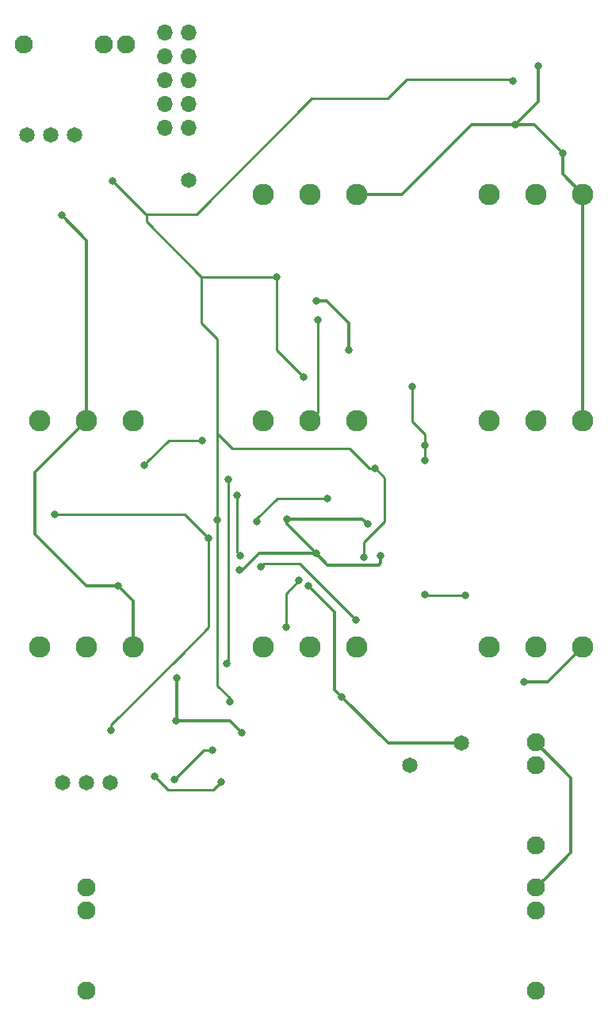
<source format=gbr>
G04 #@! TF.GenerationSoftware,KiCad,Pcbnew,(5.1.4-0-10_14)*
G04 #@! TF.CreationDate,2019-11-18T15:59:10-08:00*
G04 #@! TF.ProjectId,DS8,4453382e-6b69-4636-9164-5f7063625858,rev?*
G04 #@! TF.SameCoordinates,Original*
G04 #@! TF.FileFunction,Copper,L2,Bot*
G04 #@! TF.FilePolarity,Positive*
%FSLAX46Y46*%
G04 Gerber Fmt 4.6, Leading zero omitted, Abs format (unit mm)*
G04 Created by KiCad (PCBNEW (5.1.4-0-10_14)) date 2019-11-18 15:59:10*
%MOMM*%
%LPD*%
G04 APERTURE LIST*
%ADD10C,1.651000*%
%ADD11C,2.286000*%
%ADD12C,1.930400*%
%ADD13O,1.700000X1.700000*%
%ADD14C,0.800000*%
%ADD15C,0.300000*%
%ADD16C,0.250000*%
G04 APERTURE END LIST*
D10*
X48930000Y29830000D03*
X43430000Y27500000D03*
X19780000Y89870000D03*
X7620000Y94742000D03*
X5080000Y94742000D03*
X2540000Y94742000D03*
D11*
X3890000Y40132000D03*
X8890000Y40132000D03*
X13890000Y40132000D03*
D10*
X6350000Y25654000D03*
X8890000Y25654000D03*
X11430000Y25654000D03*
D12*
X56896000Y27482800D03*
X56896000Y29895800D03*
X56896000Y18923000D03*
D11*
X51896000Y40132000D03*
X56896000Y40132000D03*
X61896000Y40132000D03*
X51896000Y88392000D03*
X56896000Y88392000D03*
X61896000Y88392000D03*
X27766000Y40132000D03*
X32766000Y40132000D03*
X37766000Y40132000D03*
D13*
X17272000Y105664000D03*
X19812000Y105664000D03*
X17272000Y103124000D03*
X19812000Y103124000D03*
X17272000Y100584000D03*
X19812000Y100584000D03*
X17272000Y98044000D03*
X19812000Y98044000D03*
X17272000Y95504000D03*
X19812000Y95504000D03*
D12*
X8890000Y12006800D03*
X8890000Y14419800D03*
X8890000Y3447000D03*
D11*
X3890000Y64262000D03*
X8890000Y64262000D03*
X13890000Y64262000D03*
X27766000Y64262000D03*
X32766000Y64262000D03*
X37766000Y64262000D03*
X27766000Y88392000D03*
X32766000Y88392000D03*
X37766000Y88392000D03*
X51896000Y64262000D03*
X56896000Y64262000D03*
X61896000Y64262000D03*
D12*
X10718800Y104394000D03*
X13131800Y104394000D03*
X2159000Y104394000D03*
X56896000Y12006800D03*
X56896000Y14419800D03*
X56896000Y3447000D03*
D14*
X36168000Y34798000D03*
X30310000Y53710000D03*
X38910000Y53180000D03*
X40310000Y49850000D03*
X55580000Y36390000D03*
X57100000Y102040000D03*
X59740000Y92790000D03*
X54700000Y95850000D03*
X36940000Y71790000D03*
X33450000Y76990000D03*
X18430000Y32190000D03*
X33390000Y50100000D03*
X25470000Y30920000D03*
X18540000Y36790000D03*
X12260000Y46620000D03*
X6210000Y86140000D03*
X32610000Y46590000D03*
X25200000Y48330000D03*
X33620000Y74970000D03*
X16190000Y26320000D03*
X23250000Y25709998D03*
X18240000Y25960000D03*
X22300000Y29120000D03*
X11690000Y89790000D03*
X29230000Y79590000D03*
X54430000Y100440000D03*
X24160000Y34230000D03*
X32110000Y68890000D03*
X38520000Y49690000D03*
X39700000Y59130000D03*
X22830000Y53610000D03*
X21240000Y62089988D03*
X15030000Y59470000D03*
X11520000Y31210000D03*
X5460000Y54260000D03*
X21930000Y51700000D03*
X27080000Y53500000D03*
X34650000Y55960000D03*
X30190000Y42210000D03*
X31570000Y47180000D03*
X49370000Y45580000D03*
X45020000Y45660000D03*
X45020000Y60000000D03*
X43650000Y67890000D03*
X45020000Y61580000D03*
X37650000Y42970000D03*
X27507660Y48632340D03*
X24000000Y57990000D03*
X23850000Y38300000D03*
X24990000Y56270000D03*
X25280000Y49870000D03*
D15*
X57100000Y98250000D02*
X54700000Y95850000D01*
X57100000Y102040000D02*
X57100000Y98250000D01*
X56680000Y95850000D02*
X59740000Y92790000D01*
X54700000Y95850000D02*
X56680000Y95850000D01*
X59740000Y90548000D02*
X61896000Y88392000D01*
X59740000Y92790000D02*
X59740000Y90548000D01*
X54700000Y95850000D02*
X50000000Y95850000D01*
X42542000Y88392000D02*
X37766000Y88392000D01*
X50000000Y95850000D02*
X42542000Y88392000D01*
X61896000Y88392000D02*
X61896000Y64262000D01*
X33450000Y76990000D02*
X34560000Y76990000D01*
X36940000Y74610000D02*
X36940000Y71790000D01*
X34560000Y76990000D02*
X36940000Y74610000D01*
X38380000Y53710000D02*
X38910000Y53180000D01*
X30310000Y53710000D02*
X38380000Y53710000D01*
X30310000Y53180000D02*
X30310000Y53710000D01*
X33390000Y50100000D02*
X30310000Y53180000D01*
X40310000Y49850000D02*
X40310000Y49070000D01*
X40310000Y49070000D02*
X40080000Y48840000D01*
X34650000Y48840000D02*
X33390000Y50100000D01*
X40080000Y48840000D02*
X34650000Y48840000D01*
X24200000Y32190000D02*
X25470000Y30920000D01*
X18430000Y32190000D02*
X24200000Y32190000D01*
X18540000Y32300000D02*
X18430000Y32190000D01*
X18540000Y36790000D02*
X18540000Y32300000D01*
X13890000Y44990000D02*
X12260000Y46620000D01*
X13890000Y40132000D02*
X13890000Y44990000D01*
X12260000Y46620000D02*
X8840000Y46620000D01*
X8840000Y46620000D02*
X3380000Y52080000D01*
X3380000Y58752000D02*
X8890000Y64262000D01*
X3380000Y52080000D02*
X3380000Y58752000D01*
X8890000Y83460000D02*
X6210000Y86140000D01*
X8890000Y64262000D02*
X8890000Y83460000D01*
X58154000Y36390000D02*
X61896000Y40132000D01*
X55580000Y36390000D02*
X58154000Y36390000D01*
X60630000Y18153800D02*
X57861199Y15384999D01*
X57861199Y15384999D02*
X56896000Y14419800D01*
X60630000Y26161800D02*
X60630000Y18153800D01*
X56896000Y29895800D02*
X60630000Y26161800D01*
X41136000Y29830000D02*
X36168000Y34798000D01*
X48930000Y29830000D02*
X41136000Y29830000D01*
X35410000Y35556000D02*
X35410000Y43790000D01*
X35410000Y43790000D02*
X32610000Y46590000D01*
X36168000Y34798000D02*
X35410000Y35556000D01*
X25560000Y48330000D02*
X25200000Y48330000D01*
X27330000Y50100000D02*
X25560000Y48330000D01*
X33390000Y50100000D02*
X27330000Y50100000D01*
D16*
X33620000Y65116000D02*
X32766000Y64262000D01*
X33620000Y74970000D02*
X33620000Y65116000D01*
X16190000Y26320000D02*
X17629999Y24880001D01*
X22850001Y25309999D02*
X23250000Y25709998D01*
X22420003Y24880001D02*
X22850001Y25309999D01*
X17629999Y24880001D02*
X22420003Y24880001D01*
X18240000Y25960000D02*
X21400000Y29120000D01*
X21400000Y29120000D02*
X22300000Y29120000D01*
X21130000Y79590000D02*
X29230000Y79590000D01*
X21130000Y79590000D02*
X21130000Y74660000D01*
X21130000Y74660000D02*
X22830000Y72960000D01*
X22830000Y35980000D02*
X24160000Y34650000D01*
X24160000Y34650000D02*
X24160000Y34230000D01*
X22830000Y55940000D02*
X22830000Y35980000D01*
X22830000Y57180000D02*
X22830000Y57000000D01*
X22830000Y57180000D02*
X22830000Y55940000D01*
X22830000Y62890000D02*
X22830000Y57180000D01*
X22830000Y72960000D02*
X22830000Y62890000D01*
X11690000Y89790000D02*
X15205000Y86275000D01*
X16605000Y86275000D02*
X15205000Y86275000D01*
X54260000Y100610000D02*
X43100000Y100610000D01*
X54430000Y100440000D02*
X54260000Y100610000D01*
X20655000Y86275000D02*
X16605000Y86275000D01*
X41050000Y98560000D02*
X32940000Y98560000D01*
X43100000Y100610000D02*
X41050000Y98560000D01*
X32940000Y98560000D02*
X20655000Y86275000D01*
X15280000Y85440000D02*
X21130000Y79590000D01*
X15205000Y86275000D02*
X15280000Y86200000D01*
X15280000Y86200000D02*
X15280000Y85440000D01*
X22830000Y55940000D02*
X22830000Y53610000D01*
X29230000Y71770000D02*
X32110000Y68890000D01*
X29230000Y79590000D02*
X29230000Y71770000D01*
X40750000Y58160000D02*
X39740000Y59170000D01*
X39740000Y59170000D02*
X39700000Y59130000D01*
X38520000Y51270000D02*
X40750000Y53500000D01*
X40750000Y53500000D02*
X40750000Y58160000D01*
X38520000Y49690000D02*
X38520000Y51270000D01*
X37004315Y61260000D02*
X39134315Y59130000D01*
X24460000Y61260000D02*
X37004315Y61260000D01*
X39134315Y59130000D02*
X39700000Y59130000D01*
X22830000Y62890000D02*
X24460000Y61260000D01*
X21240000Y62089988D02*
X17649988Y62089988D01*
X15429999Y59869999D02*
X15030000Y59470000D01*
X17649988Y62089988D02*
X15429999Y59869999D01*
X11520000Y31210000D02*
X11270000Y31460000D01*
X21930000Y44800000D02*
X21930000Y51700000D01*
X21950000Y44780000D02*
X21930000Y44800000D01*
X21950000Y42205685D02*
X21950000Y44780000D01*
X11520000Y31210000D02*
X11520000Y31775685D01*
X18922157Y39177843D02*
X21950000Y42205685D01*
X11520000Y31775685D02*
X18922157Y39177843D01*
X19290000Y39545686D02*
X18922157Y39177843D01*
X19370000Y54260000D02*
X21930000Y51700000D01*
X5460000Y54260000D02*
X19370000Y54260000D01*
X29260000Y55960000D02*
X34650000Y55960000D01*
X27080000Y53500000D02*
X27080000Y53780000D01*
X27080000Y53780000D02*
X29260000Y55960000D01*
X30190000Y42210000D02*
X30190000Y45800000D01*
X30190000Y45800000D02*
X31570000Y47180000D01*
X49370000Y45580000D02*
X45100000Y45580000D01*
X45100000Y45580000D02*
X45020000Y45660000D01*
X43650000Y64140000D02*
X43650000Y67890000D01*
X45020000Y60000000D02*
X45020000Y61580000D01*
X45020000Y62770000D02*
X43650000Y64140000D01*
X45020000Y61580000D02*
X45020000Y62770000D01*
X37650000Y42970000D02*
X31670000Y48950000D01*
X31670000Y48950000D02*
X27825320Y48950000D01*
X27825320Y48950000D02*
X27507660Y48632340D01*
X24000000Y57990000D02*
X24000000Y38450000D01*
X24000000Y38450000D02*
X23850000Y38300000D01*
X24990000Y56270000D02*
X24990000Y50160000D01*
X24990000Y50160000D02*
X25280000Y49870000D01*
M02*

</source>
